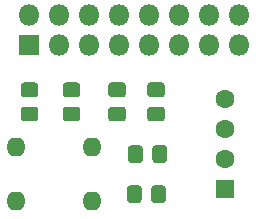
<source format=gbr>
%TF.GenerationSoftware,KiCad,Pcbnew,(5.1.6)-1*%
%TF.CreationDate,2021-03-15T13:43:59-03:00*%
%TF.ProjectId,rasp_hat,72617370-5f68-4617-942e-6b696361645f,Version 1*%
%TF.SameCoordinates,Original*%
%TF.FileFunction,Soldermask,Top*%
%TF.FilePolarity,Negative*%
%FSLAX46Y46*%
G04 Gerber Fmt 4.6, Leading zero omitted, Abs format (unit mm)*
G04 Created by KiCad (PCBNEW (5.1.6)-1) date 2021-03-15 13:43:59*
%MOMM*%
%LPD*%
G01*
G04 APERTURE LIST*
%ADD10O,1.800000X1.800000*%
%ADD11R,1.800000X1.800000*%
%ADD12O,1.624000X1.624000*%
%ADD13R,1.600000X1.600000*%
%ADD14C,1.600000*%
G04 APERTURE END LIST*
D10*
%TO.C,J1*%
X103632000Y-82550000D03*
X103632000Y-85090000D03*
X101092000Y-82550000D03*
X101092000Y-85090000D03*
X98552000Y-82550000D03*
X98552000Y-85090000D03*
X96012000Y-82550000D03*
X96012000Y-85090000D03*
X93472000Y-82550000D03*
X93472000Y-85090000D03*
X90932000Y-82550000D03*
X90932000Y-85090000D03*
X88392000Y-82550000D03*
X88392000Y-85090000D03*
X85852000Y-82550000D03*
D11*
X85852000Y-85090000D03*
%TD*%
%TO.C,D1*%
G36*
G01*
X97500600Y-93806538D02*
X97500600Y-94763062D01*
G75*
G02*
X97228862Y-95034800I-271738J0D01*
G01*
X96522338Y-95034800D01*
G75*
G02*
X96250600Y-94763062I0J271738D01*
G01*
X96250600Y-93806538D01*
G75*
G02*
X96522338Y-93534800I271738J0D01*
G01*
X97228862Y-93534800D01*
G75*
G02*
X97500600Y-93806538I0J-271738D01*
G01*
G37*
G36*
G01*
X95450600Y-93806538D02*
X95450600Y-94763062D01*
G75*
G02*
X95178862Y-95034800I-271738J0D01*
G01*
X94472338Y-95034800D01*
G75*
G02*
X94200600Y-94763062I0J271738D01*
G01*
X94200600Y-93806538D01*
G75*
G02*
X94472338Y-93534800I271738J0D01*
G01*
X95178862Y-93534800D01*
G75*
G02*
X95450600Y-93806538I0J-271738D01*
G01*
G37*
%TD*%
%TO.C,D2*%
G36*
G01*
X96149000Y-98166662D02*
X96149000Y-97210138D01*
G75*
G02*
X96420738Y-96938400I271738J0D01*
G01*
X97127262Y-96938400D01*
G75*
G02*
X97399000Y-97210138I0J-271738D01*
G01*
X97399000Y-98166662D01*
G75*
G02*
X97127262Y-98438400I-271738J0D01*
G01*
X96420738Y-98438400D01*
G75*
G02*
X96149000Y-98166662I0J271738D01*
G01*
G37*
G36*
G01*
X94099000Y-98166662D02*
X94099000Y-97210138D01*
G75*
G02*
X94370738Y-96938400I271738J0D01*
G01*
X95077262Y-96938400D01*
G75*
G02*
X95349000Y-97210138I0J-271738D01*
G01*
X95349000Y-98166662D01*
G75*
G02*
X95077262Y-98438400I-271738J0D01*
G01*
X94370738Y-98438400D01*
G75*
G02*
X94099000Y-98166662I0J271738D01*
G01*
G37*
%TD*%
%TO.C,R1*%
G36*
G01*
X92790538Y-88224200D02*
X93747062Y-88224200D01*
G75*
G02*
X94018800Y-88495938I0J-271738D01*
G01*
X94018800Y-89202462D01*
G75*
G02*
X93747062Y-89474200I-271738J0D01*
G01*
X92790538Y-89474200D01*
G75*
G02*
X92518800Y-89202462I0J271738D01*
G01*
X92518800Y-88495938D01*
G75*
G02*
X92790538Y-88224200I271738J0D01*
G01*
G37*
G36*
G01*
X92790538Y-90274200D02*
X93747062Y-90274200D01*
G75*
G02*
X94018800Y-90545938I0J-271738D01*
G01*
X94018800Y-91252462D01*
G75*
G02*
X93747062Y-91524200I-271738J0D01*
G01*
X92790538Y-91524200D01*
G75*
G02*
X92518800Y-91252462I0J271738D01*
G01*
X92518800Y-90545938D01*
G75*
G02*
X92790538Y-90274200I271738J0D01*
G01*
G37*
%TD*%
%TO.C,R2*%
G36*
G01*
X97049062Y-91524200D02*
X96092538Y-91524200D01*
G75*
G02*
X95820800Y-91252462I0J271738D01*
G01*
X95820800Y-90545938D01*
G75*
G02*
X96092538Y-90274200I271738J0D01*
G01*
X97049062Y-90274200D01*
G75*
G02*
X97320800Y-90545938I0J-271738D01*
G01*
X97320800Y-91252462D01*
G75*
G02*
X97049062Y-91524200I-271738J0D01*
G01*
G37*
G36*
G01*
X97049062Y-89474200D02*
X96092538Y-89474200D01*
G75*
G02*
X95820800Y-89202462I0J271738D01*
G01*
X95820800Y-88495938D01*
G75*
G02*
X96092538Y-88224200I271738J0D01*
G01*
X97049062Y-88224200D01*
G75*
G02*
X97320800Y-88495938I0J-271738D01*
G01*
X97320800Y-89202462D01*
G75*
G02*
X97049062Y-89474200I-271738J0D01*
G01*
G37*
%TD*%
%TO.C,R3*%
G36*
G01*
X85373738Y-90274200D02*
X86330262Y-90274200D01*
G75*
G02*
X86602000Y-90545938I0J-271738D01*
G01*
X86602000Y-91252462D01*
G75*
G02*
X86330262Y-91524200I-271738J0D01*
G01*
X85373738Y-91524200D01*
G75*
G02*
X85102000Y-91252462I0J271738D01*
G01*
X85102000Y-90545938D01*
G75*
G02*
X85373738Y-90274200I271738J0D01*
G01*
G37*
G36*
G01*
X85373738Y-88224200D02*
X86330262Y-88224200D01*
G75*
G02*
X86602000Y-88495938I0J-271738D01*
G01*
X86602000Y-89202462D01*
G75*
G02*
X86330262Y-89474200I-271738J0D01*
G01*
X85373738Y-89474200D01*
G75*
G02*
X85102000Y-89202462I0J271738D01*
G01*
X85102000Y-88495938D01*
G75*
G02*
X85373738Y-88224200I271738J0D01*
G01*
G37*
%TD*%
%TO.C,R4*%
G36*
G01*
X88929738Y-90274200D02*
X89886262Y-90274200D01*
G75*
G02*
X90158000Y-90545938I0J-271738D01*
G01*
X90158000Y-91252462D01*
G75*
G02*
X89886262Y-91524200I-271738J0D01*
G01*
X88929738Y-91524200D01*
G75*
G02*
X88658000Y-91252462I0J271738D01*
G01*
X88658000Y-90545938D01*
G75*
G02*
X88929738Y-90274200I271738J0D01*
G01*
G37*
G36*
G01*
X88929738Y-88224200D02*
X89886262Y-88224200D01*
G75*
G02*
X90158000Y-88495938I0J-271738D01*
G01*
X90158000Y-89202462D01*
G75*
G02*
X89886262Y-89474200I-271738J0D01*
G01*
X88929738Y-89474200D01*
G75*
G02*
X88658000Y-89202462I0J271738D01*
G01*
X88658000Y-88495938D01*
G75*
G02*
X88929738Y-88224200I271738J0D01*
G01*
G37*
%TD*%
D12*
%TO.C,SW1*%
X84683600Y-93726000D03*
X91186000Y-93726000D03*
X84683600Y-98247200D03*
X91186000Y-98247200D03*
%TD*%
D13*
%TO.C,U1*%
X102412800Y-97282000D03*
D14*
X102412800Y-94742000D03*
X102412800Y-92202000D03*
X102412800Y-89662000D03*
%TD*%
M02*

</source>
